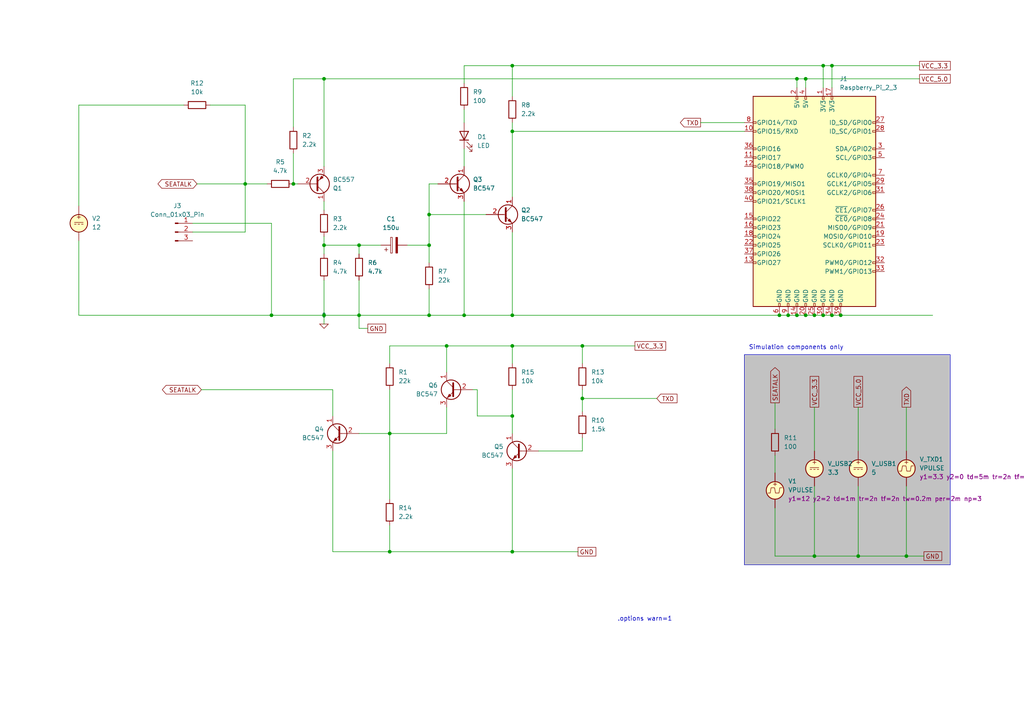
<source format=kicad_sch>
(kicad_sch (version 20230121) (generator eeschema)
  (paper "A4")
  (title_block (title "Seatalk1 Interface") (date "2023-12-27") (rev "1") (comment 1 "This schematic is available under the MIT license"))
  (lib_symbols
    (symbol "Connector:Conn_01x03_Pin" (pin_names (offset 1.016) hide)
      (property "Reference" "J" (at 0 5.08 0))
      (property "Value" "Conn_01x03_Pin" (at 0 -5.08 0))
      (symbol "Conn_01x03_Pin_1_1"
        (polyline (pts (xy 1.27 -2.54) (xy 0.8636 -2.54)) (stroke (width 0.1524)))
        (polyline (pts (xy 1.27 0) (xy 0.8636 0)) (stroke (width 0.1524)))
        (polyline (pts (xy 1.27 2.54) (xy 0.8636 2.54)) (stroke (width 0.1524)))
        (rectangle (start 0.8636 -2.413) (end 0 -2.667) (stroke (width 0.1524)) (fill (type outline)))
        (rectangle (start 0.8636 0.127) (end 0 -0.127) (stroke (width 0.1524)) (fill (type outline)))
        (rectangle (start 0.8636 2.667) (end 0 2.413) (stroke (width 0.1524)) (fill (type outline)))
        (pin passive line (at 5.08 2.54 180) (length 3.81) (name "Pin_1") (number "1"))
        (pin passive line (at 5.08 0 180) (length 3.81) (name "Pin_2") (number "2"))
        (pin passive line (at 5.08 -2.54 180) (length 3.81) (name "Pin_3") (number "3"))
      )
    )
    (symbol "Connector:Raspberry_Pi_2_3" (pin_names (offset 1.016))
      (property "Reference" "J" (at -17.78 31.75 0))
      (property "Value" "Raspberry_Pi_2_3" (at 10.16 -31.75 0))
      (symbol "Raspberry_Pi_2_3_0_1"
        (rectangle (start -17.78 30.48) (end 17.78 -30.48) (stroke (width 0.254)) (fill (type background)))
      )
      (symbol "Raspberry_Pi_2_3_1_1"
        (rectangle (start -16.891 -17.526) (end -17.78 -18.034))
        (rectangle (start -16.891 -14.986) (end -17.78 -15.494))
        (rectangle (start -16.891 -12.446) (end -17.78 -12.954))
        (rectangle (start -16.891 -9.906) (end -17.78 -10.414))
        (rectangle (start -16.891 -7.366) (end -17.78 -7.874))
        (rectangle (start -16.891 -4.826) (end -17.78 -5.334))
        (rectangle (start -16.891 0.254) (end -17.78 -0.254))
        (rectangle (start -16.891 2.794) (end -17.78 2.286))
        (rectangle (start -16.891 5.334) (end -17.78 4.826))
        (rectangle (start -16.891 10.414) (end -17.78 9.906))
        (rectangle (start -16.891 12.954) (end -17.78 12.446))
        (rectangle (start -16.891 15.494) (end -17.78 14.986))
        (rectangle (start -16.891 20.574) (end -17.78 20.066))
        (rectangle (start -16.891 23.114) (end -17.78 22.606))
        (rectangle (start -10.414 -29.591) (end -9.906 -30.48))
        (rectangle (start -7.874 -29.591) (end -7.366 -30.48))
        (rectangle (start -5.334 -29.591) (end -4.826 -30.48))
        (rectangle (start -5.334 30.48) (end -4.826 29.591))
        (rectangle (start -2.794 -29.591) (end -2.286 -30.48))
        (rectangle (start -2.794 30.48) (end -2.286 29.591))
        (rectangle (start -0.254 -29.591) (end 0.254 -30.48))
        (rectangle (start 2.286 -29.591) (end 2.794 -30.48))
        (rectangle (start 2.286 30.48) (end 2.794 29.591))
        (rectangle (start 4.826 -29.591) (end 5.334 -30.48))
        (rectangle (start 4.826 30.48) (end 5.334 29.591))
        (rectangle (start 7.366 -29.591) (end 7.874 -30.48))
        (rectangle (start 17.78 -20.066) (end 16.891 -20.574))
        (rectangle (start 17.78 -17.526) (end 16.891 -18.034))
        (rectangle (start 17.78 -12.446) (end 16.891 -12.954))
        (rectangle (start 17.78 -9.906) (end 16.891 -10.414))
        (rectangle (start 17.78 -7.366) (end 16.891 -7.874))
        (rectangle (start 17.78 -4.826) (end 16.891 -5.334))
        (rectangle (start 17.78 -2.286) (end 16.891 -2.794))
        (rectangle (start 17.78 2.794) (end 16.891 2.286))
        (rectangle (start 17.78 5.334) (end 16.891 4.826))
        (rectangle (start 17.78 7.874) (end 16.891 7.366))
        (rectangle (start 17.78 12.954) (end 16.891 12.446))
        (rectangle (start 17.78 15.494) (end 16.891 14.986))
        (rectangle (start 17.78 20.574) (end 16.891 20.066))
        (rectangle (start 17.78 23.114) (end 16.891 22.606))
        (pin power_in line (at 2.54 33.02 270) (length 2.54) (name "3V3") (number "1"))
        (pin bidirectional line (at -20.32 20.32 0) (length 2.54) (name "GPIO15/RXD") (number "10"))
        (pin bidirectional line (at -20.32 12.7 0) (length 2.54) (name "GPIO17") (number "11"))
        (pin bidirectional line (at -20.32 10.16 0) (length 2.54) (name "GPIO18/PWM0") (number "12"))
        (pin bidirectional line (at -20.32 -17.78 0) (length 2.54) (name "GPIO27") (number "13"))
        (pin power_in line (at -5.08 -33.02 90) (length 2.54) (name "GND") (number "14"))
        (pin bidirectional line (at -20.32 -5.08 0) (length 2.54) (name "GPIO22") (number "15"))
        (pin bidirectional line (at -20.32 -7.62 0) (length 2.54) (name "GPIO23") (number "16"))
        (pin power_in line (at 5.08 33.02 270) (length 2.54) (name "3V3") (number "17"))
        (pin bidirectional line (at -20.32 -10.16 0) (length 2.54) (name "GPIO24") (number "18"))
        (pin bidirectional line (at 20.32 -10.16 180) (length 2.54) (name "MOSI0/GPIO10") (number "19"))
        (pin power_in line (at -5.08 33.02 270) (length 2.54) (name "5V") (number "2"))
        (pin power_in line (at -2.54 -33.02 90) (length 2.54) (name "GND") (number "20"))
        (pin bidirectional line (at 20.32 -7.62 180) (length 2.54) (name "MISO0/GPIO9") (number "21"))
        (pin bidirectional line (at -20.32 -12.7 0) (length 2.54) (name "GPIO25") (number "22"))
        (pin bidirectional line (at 20.32 -12.7 180) (length 2.54) (name "SCLK0/GPIO11") (number "23"))
        (pin bidirectional line (at 20.32 -5.08 180) (length 2.54) (name "~{CE0}/GPIO8") (number "24"))
        (pin power_in line (at 0 -33.02 90) (length 2.54) (name "GND") (number "25"))
        (pin bidirectional line (at 20.32 -2.54 180) (length 2.54) (name "~{CE1}/GPIO7") (number "26"))
        (pin bidirectional line (at 20.32 22.86 180) (length 2.54) (name "ID_SD/GPIO0") (number "27"))
        (pin bidirectional line (at 20.32 20.32 180) (length 2.54) (name "ID_SC/GPIO1") (number "28"))
        (pin bidirectional line (at 20.32 5.08 180) (length 2.54) (name "GCLK1/GPIO5") (number "29"))
        (pin bidirectional line (at 20.32 15.24 180) (length 2.54) (name "SDA/GPIO2") (number "3"))
        (pin power_in line (at 2.54 -33.02 90) (length 2.54) (name "GND") (number "30"))
        (pin bidirectional line (at 20.32 2.54 180) (length 2.54) (name "GCLK2/GPIO6") (number "31"))
        (pin bidirectional line (at 20.32 -17.78 180) (length 2.54) (name "PWM0/GPIO12") (number "32"))
        (pin bidirectional line (at 20.32 -20.32 180) (length 2.54) (name "PWM1/GPIO13") (number "33"))
        (pin power_in line (at 5.08 -33.02 90) (length 2.54) (name "GND") (number "34"))
        (pin bidirectional line (at -20.32 5.08 0) (length 2.54) (name "GPIO19/MISO1") (number "35"))
        (pin bidirectional line (at -20.32 15.24 0) (length 2.54) (name "GPIO16") (number "36"))
        (pin bidirectional line (at -20.32 -15.24 0) (length 2.54) (name "GPIO26") (number "37"))
        (pin bidirectional line (at -20.32 2.54 0) (length 2.54) (name "GPIO20/MOSI1") (number "38"))
        (pin power_in line (at 7.62 -33.02 90) (length 2.54) (name "GND") (number "39"))
        (pin power_in line (at -2.54 33.02 270) (length 2.54) (name "5V") (number "4"))
        (pin bidirectional line (at -20.32 0 0) (length 2.54) (name "GPIO21/SCLK1") (number "40"))
        (pin bidirectional line (at 20.32 12.7 180) (length 2.54) (name "SCL/GPIO3") (number "5"))
        (pin power_in line (at -10.16 -33.02 90) (length 2.54) (name "GND") (number "6"))
        (pin bidirectional line (at 20.32 7.62 180) (length 2.54) (name "GCLK0/GPIO4") (number "7"))
        (pin bidirectional line (at -20.32 22.86 0) (length 2.54) (name "GPIO14/TXD") (number "8"))
        (pin power_in line (at -7.62 -33.02 90) (length 2.54) (name "GND") (number "9"))
      )
    )
    (symbol "Device:C_Polarized" (pin_numbers hide) (pin_names (offset 0.254))
      (property "Reference" "C" (at 0.635 2.54 0))
      (property "Value" "C_Polarized" (at 0.635 -2.54 0))
      (symbol "C_Polarized_0_1"
        (rectangle (start -2.286 0.508) (end 2.286 1.016))
        (polyline (pts (xy -1.778 2.286) (xy -0.762 2.286)))
        (polyline (pts (xy -1.27 2.794) (xy -1.27 1.778)))
        (rectangle (start 2.286 -0.508) (end -2.286 -1.016) (fill (type outline)))
      )
      (symbol "C_Polarized_1_1"
        (pin passive line (at 0 3.81 270) (length 2.794) (name "~") (number "1"))
        (pin passive line (at 0 -3.81 90) (length 2.794) (name "~") (number "2"))
      )
    )
    (symbol "Device:LED" (pin_numbers hide) (pin_names (offset 1.016) hide)
      (property "Reference" "D" (at 0 2.54 0))
      (property "Value" "LED" (at 0 -2.54 0))
      (symbol "LED_0_1"
        (polyline (pts (xy -1.27 -1.27) (xy -1.27 1.27)) (stroke (width 0.254)))
        (polyline (pts (xy -1.27 0) (xy 1.27 0)))
        (polyline (pts (xy 1.27 -1.27) (xy 1.27 1.27) (xy -1.27 0) (xy 1.27 -1.27)) (stroke (width 0.254)))
        (polyline (pts (xy -3.048 -0.762) (xy -4.572 -2.286) (xy -3.81 -2.286) (xy -4.572 -2.286) (xy -4.572 -1.524)))
        (polyline (pts (xy -1.778 -0.762) (xy -3.302 -2.286) (xy -2.54 -2.286) (xy -3.302 -2.286) (xy -3.302 -1.524)))
      )
      (symbol "LED_1_1"
        (pin passive line (at -3.81 0 0) (length 2.54) (name "K") (number "1"))
        (pin passive line (at 3.81 0 180) (length 2.54) (name "A") (number "2"))
      )
    )
    (symbol "Device:R" (pin_numbers hide) (pin_names (offset 0))
      (property "Reference" "R" (at 2.032 0 90))
      (property "Value" "R" (at 0 0 90))
      (symbol "R_0_1"
        (rectangle (start -1.016 -2.54) (end 1.016 2.54) (stroke (width 0.254)))
      )
      (symbol "R_1_1"
        (pin passive line (at 0 3.81 270) (length 1.27) (name "~") (number "1"))
        (pin passive line (at 0 -3.81 90) (length 1.27) (name "~") (number "2"))
      )
    )
    (symbol "Simulation_SPICE:0" (power) (pin_names (offset 0))
      (property "Value" "0" (at 0 -1.778 0))
      (symbol "0_0_1"
        (polyline (pts (xy -1.27 0) (xy 0 -1.27) (xy 1.27 0) (xy -1.27 0)))
      )
      (symbol "0_1_1"
        (pin power_in line (at 0 0 0) (length 0) hide (name "0") (number "1"))
      )
    )
    (symbol "Simulation_SPICE:VDC" (pin_numbers hide) (pin_names (offset 0.0254))
      (property "Reference" "V" (at 2.54 2.54 0))
      (property "Value" "1" (at 2.54 0 0))
      (symbol "VDC_0_0"
        (polyline (pts (xy -1.27 0.254) (xy 1.27 0.254)))
        (polyline (pts (xy -0.762 -0.254) (xy -1.27 -0.254)))
        (polyline (pts (xy 0.254 -0.254) (xy -0.254 -0.254)))
        (polyline (pts (xy 1.27 -0.254) (xy 0.762 -0.254)))
        (text "+" (at 0 1.905 0) (effects (font (size 1.27 1.27))))
      )
      (symbol "VDC_0_1"
        (circle (center 0 0) (radius 2.54) (stroke (width 0.254)) (fill (type background)))
      )
      (symbol "VDC_1_1"
        (pin passive line (at 0 5.08 270) (length 2.54) (name "~") (number "1"))
        (pin passive line (at 0 -5.08 90) (length 2.54) (name "~") (number "2"))
      )
    )
    (symbol "Simulation_SPICE:VPULSE" (pin_numbers hide) (pin_names (offset 0.0254))
      (property "Reference" "V" (at 2.54 2.54 0))
      (property "Value" "VPULSE" (at 2.54 0 0))
      (property "Sim.Params" "y1=0 y2=1 td=2n tr=2n tf=2n tw=50n per=100n" (at 2.54 -2.54 0))
      (symbol "VPULSE_0_0"
        (polyline (pts (xy -2.032 -0.762) (xy -1.397 -0.762) (xy -1.143 0.762) (xy -0.127 0.762) (xy 0.127 -0.762) (xy 1.143 -0.762) (xy 1.397 0.762) (xy 2.032 0.762)))
        (text "+" (at 0 1.905 0) (effects (font (size 1.27 1.27))))
      )
      (symbol "VPULSE_0_1"
        (circle (center 0 0) (radius 2.54) (stroke (width 0.254)) (fill (type background)))
      )
      (symbol "VPULSE_1_1"
        (pin passive line (at 0 5.08 270) (length 2.54) (name "~") (number "1"))
        (pin passive line (at 0 -5.08 90) (length 2.54) (name "~") (number "2"))
      )
    )
    (symbol "Transistor_BJT:BC547" (pin_names (offset 0) hide)
      (property "Reference" "Q" (at 5.08 1.905 0))
      (property "Value" "BC547" (at 5.08 0 0))
      (symbol "BC547_0_1"
        (polyline (pts (xy 0 0) (xy 0.635 0)))
        (polyline (pts (xy 0.635 0.635) (xy 2.54 2.54)))
        (polyline (pts (xy 0.635 -0.635) (xy 2.54 -2.54) (xy 2.54 -2.54)))
        (polyline (pts (xy 0.635 1.905) (xy 0.635 -1.905) (xy 0.635 -1.905)) (stroke (width 0.508)))
        (polyline (pts (xy 1.27 -1.778) (xy 1.778 -1.27) (xy 2.286 -2.286) (xy 1.27 -1.778) (xy 1.27 -1.778)) (fill (type outline)))
        (circle (center 1.27 0) (radius 2.8194) (stroke (width 0.254)))
      )
      (symbol "BC547_1_1"
        (pin passive line (at 2.54 5.08 270) (length 2.54) (name "C") (number "1"))
        (pin input line (at -5.08 0 0) (length 5.08) (name "B") (number "2"))
        (pin passive line (at 2.54 -5.08 90) (length 2.54) (name "E") (number "3"))
      )
    )
    (symbol "Transistor_BJT:BC557" (pin_names (offset 0) hide)
      (property "Reference" "Q" (at 5.08 1.905 0))
      (property "Value" "BC557" (at 5.08 0 0))
      (symbol "BC557_0_1"
        (polyline (pts (xy 0.635 0.635) (xy 2.54 2.54)))
        (polyline (pts (xy 0.635 -0.635) (xy 2.54 -2.54) (xy 2.54 -2.54)))
        (polyline (pts (xy 0.635 1.905) (xy 0.635 -1.905) (xy 0.635 -1.905)) (stroke (width 0.508)))
        (polyline (pts (xy 2.286 -1.778) (xy 1.778 -2.286) (xy 1.27 -1.27) (xy 2.286 -1.778) (xy 2.286 -1.778)) (fill (type outline)))
        (circle (center 1.27 0) (radius 2.8194) (stroke (width 0.254)))
      )
      (symbol "BC557_1_1"
        (pin passive line (at 2.54 5.08 270) (length 2.54) (name "C") (number "1"))
        (pin input line (at -5.08 0 0) (length 5.715) (name "B") (number "2"))
        (pin passive line (at 2.54 -5.08 90) (length 2.54) (name "E") (number "3"))
      )
    )
  )
  (junction (at 124.46 71.12))
  (junction (at 241.3 91.44))
  (junction (at 129.54 100.33))
  (junction (at 148.59 19.05))
  (junction (at 228.6 91.44))
  (junction (at 236.22 161.29))
  (junction (at 148.59 38.1))
  (junction (at 241.3 19.05))
  (junction (at 168.91 100.33))
  (junction (at 168.91 115.57))
  (junction (at 124.46 62.23))
  (junction (at 85.09 53.34))
  (junction (at 93.98 91.44))
  (junction (at 134.62 91.44))
  (junction (at 93.98 22.86))
  (junction (at 78.74 91.44))
  (junction (at 104.14 91.44))
  (junction (at 248.92 161.29))
  (junction (at 148.59 120.65))
  (junction (at 104.14 71.12))
  (junction (at 124.46 91.44))
  (junction (at 233.68 22.86))
  (junction (at 238.76 91.44))
  (junction (at 262.89 161.29))
  (junction (at 113.03 125.73))
  (junction (at 243.84 91.44))
  (junction (at 148.59 100.33))
  (junction (at 93.98 71.12))
  (junction (at 231.14 22.86))
  (junction (at 231.14 91.44))
  (junction (at 236.22 91.44))
  (junction (at 233.68 91.44))
  (junction (at 148.59 160.02))
  (junction (at 71.12 53.34))
  (junction (at 226.06 91.44))
  (junction (at 113.03 160.02))
  (junction (at 148.59 91.44))
  (junction (at 238.76 19.05))
  (wire (pts (xy 129.54 118.11) (xy 129.54 125.73)))
  (wire (pts (xy 233.68 22.86) (xy 266.7 22.86)))
  (wire (pts (xy 124.46 91.44) (xy 134.62 91.44)))
  (wire (pts (xy 57.15 53.34) (xy 71.12 53.34)))
  (wire (pts (xy 224.79 161.29) (xy 236.22 161.29)))
  (wire (pts (xy 243.84 91.44) (xy 270.51 91.44)))
  (wire (pts (xy 238.76 91.44) (xy 236.22 91.44)))
  (wire (pts (xy 262.89 161.29) (xy 248.92 161.29)))
  (wire (pts (xy 148.59 120.65) (xy 148.59 125.73)))
  (wire (pts (xy 93.98 68.58) (xy 93.98 71.12)))
  (wire (pts (xy 106.68 95.25) (xy 104.14 95.25)))
  (wire (pts (xy 241.3 19.05) (xy 238.76 19.05)))
  (wire (pts (xy 224.79 132.08) (xy 224.79 137.16)))
  (wire (pts (xy 241.3 19.05) (xy 266.7 19.05)))
  (wire (pts (xy 129.54 107.95) (xy 129.54 100.33)))
  (wire (pts (xy 124.46 53.34) (xy 127 53.34)))
  (wire (pts (xy 148.59 135.89) (xy 148.59 160.02)))
  (wire (pts (xy 104.14 71.12) (xy 104.14 73.66)))
  (wire (pts (xy 231.14 91.44) (xy 228.6 91.44)))
  (wire (pts (xy 236.22 91.44) (xy 233.68 91.44)))
  (wire (pts (xy 58.42 113.03) (xy 96.52 113.03)))
  (wire (pts (xy 55.88 64.77) (xy 78.74 64.77)))
  (wire (pts (xy 238.76 19.05) (xy 238.76 25.4)))
  (wire (pts (xy 93.98 22.86) (xy 231.14 22.86)))
  (wire (pts (xy 148.59 19.05) (xy 238.76 19.05)))
  (wire (pts (xy 93.98 71.12) (xy 104.14 71.12)))
  (wire (pts (xy 78.74 91.44) (xy 93.98 91.44)))
  (wire (pts (xy 93.98 22.86) (xy 85.09 22.86)))
  (wire (pts (xy 22.86 91.44) (xy 78.74 91.44)))
  (wire (pts (xy 93.98 58.42) (xy 93.98 60.96)))
  (wire (pts (xy 203.2 35.56) (xy 215.9 35.56)))
  (wire (pts (xy 71.12 30.48) (xy 71.12 53.34)))
  (wire (pts (xy 168.91 105.41) (xy 168.91 100.33)))
  (wire (pts (xy 104.14 95.25) (xy 104.14 91.44)))
  (wire (pts (xy 85.09 53.34) (xy 86.36 53.34)))
  (wire (pts (xy 96.52 113.03) (xy 96.52 120.65)))
  (wire (pts (xy 113.03 152.4) (xy 113.03 160.02)))
  (wire (pts (xy 168.91 100.33) (xy 184.15 100.33)))
  (wire (pts (xy 93.98 22.86) (xy 93.98 48.26)))
  (wire (pts (xy 148.59 105.41) (xy 148.59 100.33)))
  (wire (pts (xy 93.98 71.12) (xy 93.98 73.66)))
  (wire (pts (xy 124.46 83.82) (xy 124.46 91.44)))
  (wire (pts (xy 228.6 91.44) (xy 226.06 91.44)))
  (wire (pts (xy 148.59 160.02) (xy 167.64 160.02)))
  (wire (pts (xy 138.43 113.03) (xy 138.43 120.65)))
  (wire (pts (xy 71.12 53.34) (xy 77.47 53.34)))
  (wire (pts (xy 148.59 35.56) (xy 148.59 38.1)))
  (wire (pts (xy 231.14 22.86) (xy 231.14 25.4)))
  (wire (pts (xy 22.86 30.48) (xy 22.86 59.69)))
  (wire (pts (xy 233.68 91.44) (xy 231.14 91.44)))
  (wire (pts (xy 104.14 71.12) (xy 110.49 71.12)))
  (wire (pts (xy 233.68 22.86) (xy 233.68 25.4)))
  (wire (pts (xy 148.59 38.1) (xy 148.59 57.15)))
  (wire (pts (xy 134.62 91.44) (xy 148.59 91.44)))
  (wire (pts (xy 134.62 58.42) (xy 134.62 91.44)))
  (wire (pts (xy 248.92 118.11) (xy 248.92 130.81)))
  (wire (pts (xy 22.86 69.85) (xy 22.86 91.44)))
  (wire (pts (xy 93.98 81.28) (xy 93.98 91.44)))
  (wire (pts (xy 129.54 100.33) (xy 148.59 100.33)))
  (wire (pts (xy 134.62 31.75) (xy 134.62 35.56)))
  (wire (pts (xy 241.3 91.44) (xy 238.76 91.44)))
  (wire (pts (xy 243.84 91.44) (xy 241.3 91.44)))
  (wire (pts (xy 168.91 115.57) (xy 168.91 119.38)))
  (wire (pts (xy 104.14 81.28) (xy 104.14 91.44)))
  (wire (pts (xy 148.59 91.44) (xy 226.06 91.44)))
  (wire (pts (xy 93.98 91.44) (xy 93.98 93.98)))
  (wire (pts (xy 138.43 113.03) (xy 137.16 113.03)))
  (wire (pts (xy 134.62 19.05) (xy 148.59 19.05)))
  (wire (pts (xy 236.22 118.11) (xy 236.22 130.81)))
  (wire (pts (xy 148.59 19.05) (xy 148.59 27.94)))
  (wire (pts (xy 134.62 19.05) (xy 134.62 24.13)))
  (wire (pts (xy 148.59 100.33) (xy 168.91 100.33)))
  (wire (pts (xy 148.59 38.1) (xy 215.9 38.1)))
  (wire (pts (xy 124.46 62.23) (xy 124.46 71.12)))
  (wire (pts (xy 248.92 161.29) (xy 248.92 140.97)))
  (wire (pts (xy 129.54 125.73) (xy 113.03 125.73)))
  (wire (pts (xy 138.43 120.65) (xy 148.59 120.65)))
  (wire (pts (xy 156.21 130.81) (xy 168.91 130.81)))
  (wire (pts (xy 262.89 140.97) (xy 262.89 161.29)))
  (wire (pts (xy 118.11 71.12) (xy 124.46 71.12)))
  (wire (pts (xy 113.03 105.41) (xy 113.03 100.33)))
  (wire (pts (xy 124.46 53.34) (xy 124.46 62.23)))
  (wire (pts (xy 113.03 125.73) (xy 113.03 144.78)))
  (wire (pts (xy 124.46 71.12) (xy 124.46 76.2)))
  (wire (pts (xy 85.09 44.45) (xy 85.09 53.34)))
  (wire (pts (xy 71.12 53.34) (xy 71.12 67.31)))
  (wire (pts (xy 78.74 64.77) (xy 78.74 91.44)))
  (wire (pts (xy 224.79 147.32) (xy 224.79 161.29)))
  (wire (pts (xy 85.09 22.86) (xy 85.09 36.83)))
  (wire (pts (xy 267.97 161.29) (xy 262.89 161.29)))
  (wire (pts (xy 236.22 161.29) (xy 248.92 161.29)))
  (wire (pts (xy 134.62 43.18) (xy 134.62 48.26)))
  (wire (pts (xy 113.03 160.02) (xy 148.59 160.02)))
  (wire (pts (xy 55.88 67.31) (xy 71.12 67.31)))
  (wire (pts (xy 148.59 113.03) (xy 148.59 120.65)))
  (wire (pts (xy 148.59 67.31) (xy 148.59 91.44)))
  (wire (pts (xy 140.97 62.23) (xy 124.46 62.23)))
  (wire (pts (xy 60.96 30.48) (xy 71.12 30.48)))
  (wire (pts (xy 96.52 160.02) (xy 113.03 160.02)))
  (wire (pts (xy 168.91 115.57) (xy 190.5 115.57)))
  (wire (pts (xy 113.03 113.03) (xy 113.03 125.73)))
  (wire (pts (xy 236.22 140.97) (xy 236.22 161.29)))
  (wire (pts (xy 104.14 91.44) (xy 124.46 91.44)))
  (wire (pts (xy 241.3 19.05) (xy 241.3 25.4)))
  (wire (pts (xy 224.79 116.84) (xy 224.79 124.46)))
  (wire (pts (xy 168.91 130.81) (xy 168.91 127)))
  (wire (pts (xy 104.14 125.73) (xy 113.03 125.73)))
  (wire (pts (xy 233.68 22.86) (xy 231.14 22.86)))
  (wire (pts (xy 96.52 130.81) (xy 96.52 160.02)))
  (wire (pts (xy 53.34 30.48) (xy 22.86 30.48)))
  (wire (pts (xy 93.98 91.44) (xy 104.14 91.44)))
  (wire (pts (xy 168.91 113.03) (xy 168.91 115.57)))
  (wire (pts (xy 129.54 100.33) (xy 113.03 100.33)))
  (wire (pts (xy 262.89 118.11) (xy 262.89 130.81)))
  (rectangle (start 215.9 102.87) (end 275.59 163.83) (fill (type color) (color 194 194 194 1)))
  (text ".options warn=1" (at 179.07 180.34 0) (effects (font (size 1.27 1.27)) (justify left bottom)))
  (text "Simulation components only" (at 217.17 101.6 0) (effects (font (size 1.27 1.27)) (justify left bottom)))
  (global_label "SEATALK" (shape bidirectional) (at 57.15 53.34 180) (property "Intersheetrefs" "${INTERSHEET_REFS}" (effects hide)))
  (global_label "SEATALK" (shape output) (at 224.79 116.84 90) (property "Intersheetrefs" "${INTERSHEET_REFS}" (effects hide)))
  (global_label "TXD" (shape output) (at 203.2 35.56 180) (property "Intersheetrefs" "${INTERSHEET_REFS}" (effects hide)))
  (global_label "GND" (shape passive) (at 167.64 160.02 0) (property "Intersheetrefs" "${INTERSHEET_REFS}" (effects hide)))
  (global_label "SEATALK" (shape bidirectional) (at 58.42 113.03 180) (property "Intersheetrefs" "${INTERSHEET_REFS}" (effects hide)))
  (global_label "VCC_3.3" (shape passive) (at 236.22 118.11 90) (property "Intersheetrefs" "${INTERSHEET_REFS}" (effects hide)))
  (global_label "GND" (shape passive) (at 106.68 95.25 0) (property "Intersheetrefs" "${INTERSHEET_REFS}" (effects hide)))
  (global_label "VCC_5.0" (shape passive) (at 266.7 22.86 0) (property "Intersheetrefs" "${INTERSHEET_REFS}" (effects hide)))
  (global_label "VCC_3.3" (shape passive) (at 184.15 100.33 0) (property "Intersheetrefs" "${INTERSHEET_REFS}" (effects hide)))
  (global_label "GND" (shape passive) (at 267.97 161.29 0) (property "Intersheetrefs" "${INTERSHEET_REFS}" (effects hide)))
  (global_label "VCC_5.0" (shape passive) (at 248.92 118.11 90) (property "Intersheetrefs" "${INTERSHEET_REFS}" (effects hide)))
  (global_label "TXD" (shape output) (at 262.89 118.11 90) (property "Intersheetrefs" "${INTERSHEET_REFS}" (effects hide)))
  (global_label "TXD" (shape input) (at 190.5 115.57 0) (property "Intersheetrefs" "${INTERSHEET_REFS}" (effects hide)))
  (global_label "VCC_3.3" (shape passive) (at 266.7 19.05 0) (property "Intersheetrefs" "${INTERSHEET_REFS}" (effects hide)))
  (symbol (lib_id "Device:R") (at 148.59 31.75 0) (unit 1)
    (property "Reference" "R8" (at 151.13 30.48 0) (effects (justify left)))
    (property "Value" "2.2k" (at 151.13 33.02 0) (effects (justify left)))
    (property "Sim.Device" "R" (effects hide))
    (property "Sim.Pins" "1=+ 2=-" (effects hide))
  )
  (symbol (lib_id "Device:R") (at 93.98 64.77 0) (unit 1)
    (property "Reference" "R3" (at 96.52 63.5 0) (effects (justify left)))
    (property "Value" "2.2k" (at 96.52 66.04 0) (effects (justify left)))
    (property "Sim.Device" "R" (effects hide))
    (property "Sim.Pins" "1=+ 2=-" (effects hide))
  )
  (symbol (lib_id "Simulation_SPICE:0") (at 93.98 93.98 0) (unit 1)
    (property "Reference" "#GND01" (effects hide))
    (property "Value" "0" (at 93.98 91.44 0))
  )
  (symbol (lib_id "Device:R") (at 124.46 80.01 0) (unit 1)
    (property "Reference" "R7" (at 127 78.74 0) (effects (justify left)))
    (property "Value" "22k" (at 127 81.28 0) (effects (justify left)))
  )
  (symbol (lib_id "Device:R") (at 224.79 128.27 180) (unit 1) (in_bom no) (on_board no)
    (property "Reference" "R11" (at 227.33 127 0) (effects (justify right)))
    (property "Value" "100" (at 227.33 129.54 0) (effects (justify right)))
    (property "Footprint" "Resistor_THT:R_Axial_DIN0309_L9.0mm_D3.2mm_P15.24mm_Horizontal" (effects hide))
    (property "Remarks" "Simulates wire" (effects hide))
  )
  (symbol (lib_id "Simulation_SPICE:VDC") (at 22.86 64.77 0) (unit 1) (in_bom no) (on_board no)
    (property "Reference" "V2" (at 26.67 63.3702 0) (effects (justify left)))
    (property "Value" "12" (at 26.67 65.9102 0) (effects (justify left)))
    (property "Sim.Pins" "1=+ 2=-" (effects hide))
    (property "Sim.Type" "DC" (effects hide))
    (property "Sim.Device" "V" (effects hide))
  )
  (symbol (lib_id "Transistor_BJT:BC547") (at 99.06 125.73 0) (mirror y) (unit 1)
    (property "Reference" "Q4" (at 93.98 124.46 0) (effects (justify left)))
    (property "Value" "BC547" (at 93.98 127 0) (effects (justify left)))
    (property "Footprint" "Package_TO_SOT_THT:TO-92_Inline" (effects hide))
    (property "Datasheet" "https://www.onsemi.com/pub/Collateral/BC550-D.pdf" (effects hide))
    (property "Sim.Device" "NPN" (effects hide))
    (property "Sim.Type" "GUMMELPOON" (effects hide))
    (property "Sim.Pins" "1=C 2=B 3=E" (effects hide))
    (property "Sim.Library" "BC547_and_BC557.lib" (effects hide))
    (property "Sim.Name" "bc547b" (effects hide))
  )
  (symbol (lib_id "Device:R") (at 104.14 77.47 0) (unit 1)
    (property "Reference" "R6" (at 106.68 76.2 0) (effects (justify left)))
    (property "Value" "4.7k" (at 106.68 78.74 0) (effects (justify left)))
    (property "Sim.Device" "R" (effects hide))
    (property "Sim.Pins" "1=+ 2=-" (effects hide))
  )
  (symbol (lib_id "Simulation_SPICE:VPULSE") (at 224.79 142.24 0) (unit 1)
    (property "Reference" "V1" (at 228.6 139.5702 0) (effects (justify left)))
    (property "Value" "VPULSE" (at 228.6 142.1102 0) (effects (justify left)))
    (property "Sim.Pins" "1=+ 2=-" (effects hide))
    (property "Sim.Type" "PULSE" (effects hide))
    (property "Sim.Device" "V" (effects hide))
    (property "Sim.Params" "y1=12 y2=2 td=1m tr=2n tf=2n tw=0.2m per=2m np=3" (at 228.6 144.6502 0) (effects (justify left)))
  )
  (symbol (lib_id "Device:R") (at 168.91 123.19 0) (unit 1)
    (property "Reference" "R10" (at 171.45 121.92 0) (effects (justify left)))
    (property "Value" "1.5k" (at 171.45 124.46 0) (effects (justify left)))
    (property "Footprint" "Resistor_THT:R_Axial_DIN0309_L9.0mm_D3.2mm_P15.24mm_Horizontal" (effects hide))
  )
  (symbol (lib_id "Connector:Raspberry_Pi_2_3") (at 236.22 58.42 0) (unit 1)
    (property "Reference" "J1" (at 243.4941 22.86 0) (effects (justify left)))
    (property "Value" "Raspberry_Pi_2_3" (at 243.4941 25.4 0) (effects (justify left)))
    (property "Footprint" "Connector_PinSocket_2.54mm:PinSocket_2x20_P2.54mm_Vertical" (effects hide))
    (property "Datasheet" "https://www.raspberrypi.org/documentation/hardware/raspberrypi/schematics/rpi_SCH_3bplus_1p0_reduced.pdf" (effects hide))
    (property "Sim.Enable" "0" (effects hide))
  )
  (symbol (lib_id "Device:R") (at 57.15 30.48 270) (unit 1) (in_bom no) (on_board no)
    (property "Reference" "R12" (at 57.15 24.13 90))
    (property "Value" "10k" (at 57.15 26.67 90))
    (property "Remarks" "External pull-up from bus" (effects hide))
  )
  (symbol (lib_id "Device:R") (at 134.62 27.94 0) (unit 1)
    (property "Reference" "R9" (at 137.16 26.67 0) (effects (justify left)))
    (property "Value" "100" (at 137.16 29.21 0) (effects (justify left)))
    (property "Footprint" "Resistor_THT:R_Axial_DIN0414_L11.9mm_D4.5mm_P15.24mm_Horizontal" (effects hide))
    (property "Sim.Device" "R" (effects hide))
    (property "Sim.Type" "=" (effects hide))
    (property "Sim.Params" "r=100" (effects hide))
    (property "Sim.Pins" "1=+ 2=-" (effects hide))
  )
  (symbol (lib_id "Transistor_BJT:BC547") (at 132.08 53.34 0) (unit 1)
    (property "Reference" "Q3" (at 137.16 52.07 0) (effects (justify left)))
    (property "Value" "BC547" (at 137.16 54.61 0) (effects (justify left)))
    (property "Footprint" "Package_TO_SOT_THT:TO-92_Inline" (effects hide))
    (property "Datasheet" "https://www.onsemi.com/pub/Collateral/BC550-D.pdf" (effects hide))
    (property "Sim.Device" "NPN" (effects hide))
    (property "Sim.Type" "GUMMELPOON" (effects hide))
    (property "Sim.Pins" "1=C 2=B 3=E" (effects hide))
    (property "Sim.Library" "BC547_and_BC557.lib" (effects hide))
    (property "Sim.Name" "bc547b" (effects hide))
    (property "Sim.Params" "temp=20" (effects hide))
  )
  (symbol (lib_id "Transistor_BJT:BC547") (at 151.13 130.81 0) (mirror y) (unit 1)
    (property "Reference" "Q5" (at 146.05 129.54 0) (effects (justify left)))
    (property "Value" "BC547" (at 146.05 132.08 0) (effects (justify left)))
    (property "Footprint" "Package_TO_SOT_THT:TO-92_Inline" (effects hide))
    (property "Datasheet" "https://www.onsemi.com/pub/Collateral/BC550-D.pdf" (effects hide))
    (property "Sim.Device" "NPN" (effects hide))
    (property "Sim.Type" "GUMMELPOON" (effects hide))
    (property "Sim.Pins" "1=C 2=B 3=E" (effects hide))
    (property "Sim.Library" "BC547_and_BC557.lib" (effects hide))
    (property "Sim.Name" "bc547b" (effects hide))
  )
  (symbol (lib_id "Connector:Conn_01x03_Pin") (at 50.8 67.31 0) (unit 1)
    (property "Reference" "J3" (at 51.435 59.69 0))
    (property "Value" "Conn_01x03_Pin" (at 51.435 62.23 0))
    (property "Footprint" "Connector_PinHeader_2.54mm:PinHeader_1x03_P2.54mm_Vertical" (effects hide))
    (property "Sim.Enable" "0" (effects hide))
  )
  (symbol (lib_id "Device:R") (at 93.98 77.47 0) (unit 1)
    (property "Reference" "R4" (at 96.52 76.2 0) (effects (justify left)))
    (property "Value" "4.7k" (at 96.52 78.74 0) (effects (justify left)))
    (property "Sim.Device" "R" (effects hide))
    (property "Sim.Pins" "1=+ 2=-" (effects hide))
  )
  (symbol (lib_id "Device:LED") (at 134.62 39.37 90) (unit 1)
    (property "Reference" "D1" (at 138.43 39.6875 90) (effects (justify right)))
    (property "Value" "LED" (at 138.43 42.2275 90) (effects (justify right)))
    (property "Footprint" "LED_THT:LED_D3.0mm_Horizontal_O3.81mm_Z6.0mm" (effects hide))
    (property "Sim.Device" "D" (effects hide))
    (property "Sim.Pins" "1=K 2=A" (effects hide))
    (property "Sim.Params" "is=259390a" (effects hide))
    (property "Sim.Library" "Leds.lib" (effects hide))
    (property "Sim.Name" "DLED_Nichia" (effects hide))
  )
  (symbol (lib_id "Device:R") (at 113.03 148.59 0) (unit 1)
    (property "Reference" "R14" (at 115.57 147.32 0) (effects (justify left)))
    (property "Value" "2.2k" (at 115.57 149.86 0) (effects (justify left)))
  )
  (symbol (lib_id "Simulation_SPICE:VDC") (at 236.22 135.89 0) (unit 1) (in_bom no) (on_board no)
    (property "Reference" "V_USB2" (at 240.03 134.4902 0) (effects (justify left)))
    (property "Value" "3.3" (at 240.03 137.0302 0) (effects (justify left)))
    (property "Sim.Pins" "1=+ 2=-" (effects hide))
    (property "Sim.Type" "DC" (effects hide))
    (property "Sim.Device" "V" (effects hide))
  )
  (symbol (lib_id "Device:R") (at 148.59 109.22 0) (unit 1)
    (property "Reference" "R15" (at 151.13 107.95 0) (effects (justify left)))
    (property "Value" "10k" (at 151.13 110.49 0) (effects (justify left)))
  )
  (symbol (lib_id "Transistor_BJT:BC547") (at 146.05 62.23 0) (unit 1)
    (property "Reference" "Q2" (at 151.13 60.96 0) (effects (justify left)))
    (property "Value" "BC547" (at 151.13 63.5 0) (effects (justify left)))
    (property "Footprint" "Package_TO_SOT_THT:TO-92_Inline" (effects hide))
    (property "Datasheet" "https://www.onsemi.com/pub/Collateral/BC550-D.pdf" (effects hide))
    (property "Sim.Device" "NPN" (effects hide))
    (property "Sim.Type" "GUMMELPOON" (effects hide))
    (property "Sim.Pins" "1=C 2=B 3=E" (effects hide))
    (property "Sim.Library" "BC547_and_BC557.lib" (effects hide))
    (property "Sim.Name" "bc547b" (effects hide))
  )
  (symbol (lib_id "Device:R") (at 168.91 109.22 0) (unit 1)
    (property "Reference" "R13" (at 171.45 107.95 0) (effects (justify left)))
    (property "Value" "10k" (at 171.45 110.49 0) (effects (justify left)))
  )
  (symbol (lib_id "Transistor_BJT:BC547") (at 132.08 113.03 0) (mirror y) (unit 1)
    (property "Reference" "Q6" (at 127 111.76 0) (effects (justify left)))
    (property "Value" "BC547" (at 127 114.3 0) (effects (justify left)))
    (property "Footprint" "Package_TO_SOT_THT:TO-92_Inline" (effects hide))
    (property "Datasheet" "https://www.onsemi.com/pub/Collateral/BC550-D.pdf" (effects hide))
    (property "Sim.Device" "NPN" (effects hide))
    (property "Sim.Type" "GUMMELPOON" (effects hide))
    (property "Sim.Pins" "1=C 2=B 3=E" (effects hide))
    (property "Sim.Library" "BC547_and_BC557.lib" (effects hide))
    (property "Sim.Name" "bc547b" (effects hide))
  )
  (symbol (lib_id "Device:R") (at 113.03 109.22 0) (unit 1)
    (property "Reference" "R1" (at 115.57 107.95 0) (effects (justify left)))
    (property "Value" "22k" (at 115.57 110.49 0) (effects (justify left)))
  )
  (symbol (lib_id "Transistor_BJT:BC557") (at 91.44 53.34 0) (mirror x) (unit 1)
    (property "Reference" "Q1" (at 96.52 54.61 0) (effects (justify left)))
    (property "Value" "BC557" (at 96.52 52.07 0) (effects (justify left)))
    (property "Footprint" "Package_TO_SOT_THT:TO-92_Inline" (effects hide))
    (property "Datasheet" "https://www.onsemi.com/pub/Collateral/BC556BTA-D.pdf" (effects hide))
    (property "Sim.Device" "PNP" (effects hide))
    (property "Sim.Type" "GUMMELPOON" (effects hide))
    (property "Sim.Pins" "1=C 2=B 3=E" (effects hide))
    (property "Sim.Library" "BC547_and_BC557.lib" (effects hide))
    (property "Sim.Name" "BC557b" (effects hide))
  )
  (symbol (lib_id "Device:R") (at 81.28 53.34 90) (unit 1)
    (property "Reference" "R5" (at 81.28 46.99 90))
    (property "Value" "4.7k" (at 81.28 49.53 90))
    (property "Sim.Device" "R" (effects hide))
    (property "Sim.Pins" "1=+ 2=-" (effects hide))
  )
  (symbol (lib_id "Simulation_SPICE:VPULSE") (at 262.89 135.89 0) (unit 1) (in_bom no) (on_board no)
    (property "Reference" "V_TXD1" (at 266.7 133.2202 0) (effects (justify left)))
    (property "Value" "VPULSE" (at 266.7 135.7602 0) (effects (justify left)))
    (property "Sim.Pins" "1=+ 2=-" (effects hide))
    (property "Sim.Type" "PULSE" (effects hide))
    (property "Sim.Device" "V" (effects hide))
    (property "Sim.Params" "y1=3.3 y2=0 td=5m tr=2n tf=2n tw=0.4m per=2m np=3" (at 266.7 138.3002 0) (effects (justify left)))
  )
  (symbol (lib_id "Device:R") (at 85.09 40.64 0) (unit 1)
    (property "Reference" "R2" (at 87.63 39.37 0) (effects (justify left)))
    (property "Value" "2.2k" (at 87.63 41.91 0) (effects (justify left)))
    (property "Sim.Device" "R" (effects hide))
    (property "Sim.Pins" "1=+ 2=-" (effects hide))
  )
  (symbol (lib_id "Simulation_SPICE:VDC") (at 248.92 135.89 0) (unit 1) (in_bom no) (on_board no)
    (property "Reference" "V_USB1" (at 252.73 134.4902 0) (effects (justify left)))
    (property "Value" "5" (at 252.73 137.0302 0) (effects (justify left)))
    (property "Sim.Pins" "1=+ 2=-" (effects hide))
    (property "Sim.Type" "DC" (effects hide))
    (property "Sim.Device" "V" (effects hide))
  )
  (symbol (lib_id "Device:C_Polarized") (at 114.3 71.12 90) (unit 1)
    (property "Reference" "C1" (at 113.411 63.5 90))
    (property "Value" "150u" (at 113.411 66.04 90))
    (property "Footprint" "Capacitor_THT:CP_Radial_D10.0mm_P5.00mm" (effects hide))
    (property "Sim.Device" "C" (effects hide))
    (property "Sim.Pins" "1=+ 2=-" (effects hide))
  )
)
</source>
